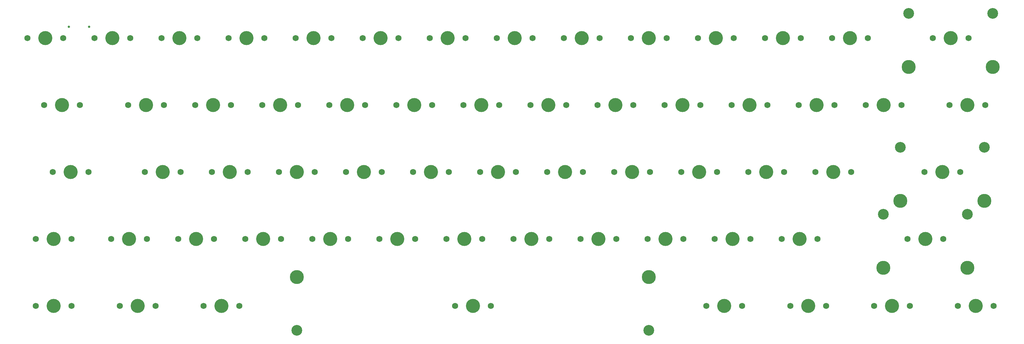
<source format=gbr>
%TF.GenerationSoftware,KiCad,Pcbnew,8.0.3*%
%TF.CreationDate,2024-11-03T20:57:04+08:00*%
%TF.ProjectId,PH60_Rev2,50483630-5f52-4657-9632-2e6b69636164,rev?*%
%TF.SameCoordinates,Original*%
%TF.FileFunction,NonPlated,1,2,NPTH,Drill*%
%TF.FilePolarity,Positive*%
%FSLAX46Y46*%
G04 Gerber Fmt 4.6, Leading zero omitted, Abs format (unit mm)*
G04 Created by KiCad (PCBNEW 8.0.3) date 2024-11-03 20:57:04*
%MOMM*%
%LPD*%
G01*
G04 APERTURE LIST*
%TA.AperFunction,ComponentDrill*%
%ADD10C,0.650000*%
%TD*%
%TA.AperFunction,ComponentDrill*%
%ADD11C,1.750000*%
%TD*%
%TA.AperFunction,ComponentDrill*%
%ADD12C,3.048000*%
%TD*%
%TA.AperFunction,ComponentDrill*%
%ADD13C,3.987800*%
%TD*%
%TA.AperFunction,ComponentDrill*%
%ADD14C,4.000000*%
%TD*%
G04 APERTURE END LIST*
D10*
%TO.C,J1*%
X44735000Y-34855000D03*
X50515000Y-34855000D03*
D11*
%TO.C,S1*%
X33020000Y-38100000D03*
%TO.C,S42*%
X35401250Y-95250000D03*
%TO.C,S55*%
X35401250Y-114300000D03*
%TO.C,S15*%
X37782500Y-57150000D03*
%TO.C,S29*%
X40163750Y-76200000D03*
%TO.C,S1*%
X43180000Y-38100000D03*
%TO.C,S42*%
X45561250Y-95250000D03*
%TO.C,S55*%
X45561250Y-114300000D03*
%TO.C,S15*%
X47942500Y-57150000D03*
%TO.C,S29*%
X50323750Y-76200000D03*
%TO.C,S2*%
X52070000Y-38100000D03*
%TO.C,S43*%
X56832500Y-95250000D03*
%TO.C,S56*%
X59213750Y-114300000D03*
%TO.C,S16*%
X61595000Y-57150000D03*
%TO.C,S2*%
X62230000Y-38100000D03*
%TO.C,S30*%
X66357500Y-76200000D03*
%TO.C,S43*%
X66992500Y-95250000D03*
%TO.C,S56*%
X69373750Y-114300000D03*
%TO.C,S3*%
X71120000Y-38100000D03*
%TO.C,S16*%
X71755000Y-57150000D03*
%TO.C,S44*%
X75882500Y-95250000D03*
%TO.C,S30*%
X76517500Y-76200000D03*
%TO.C,S17*%
X80645000Y-57150000D03*
%TO.C,S3*%
X81280000Y-38100000D03*
%TO.C,S57*%
X83026250Y-114300000D03*
%TO.C,S31*%
X85407500Y-76200000D03*
%TO.C,S44*%
X86042500Y-95250000D03*
%TO.C,S4*%
X90170000Y-38100000D03*
%TO.C,S17*%
X90805000Y-57150000D03*
%TO.C,S57*%
X93186250Y-114300000D03*
%TO.C,S45*%
X94932500Y-95250000D03*
%TO.C,S31*%
X95567500Y-76200000D03*
%TO.C,S18*%
X99695000Y-57150000D03*
%TO.C,S4*%
X100330000Y-38100000D03*
%TO.C,S32*%
X104457500Y-76200000D03*
%TO.C,S45*%
X105092500Y-95250000D03*
%TO.C,S5*%
X109220000Y-38100000D03*
%TO.C,S18*%
X109855000Y-57150000D03*
%TO.C,S46*%
X113982500Y-95250000D03*
%TO.C,S32*%
X114617500Y-76200000D03*
%TO.C,S19*%
X118745000Y-57150000D03*
%TO.C,S5*%
X119380000Y-38100000D03*
%TO.C,S33*%
X123507500Y-76200000D03*
%TO.C,S46*%
X124142500Y-95250000D03*
%TO.C,S6*%
X128270000Y-38100000D03*
%TO.C,S19*%
X128905000Y-57150000D03*
%TO.C,S47*%
X133032500Y-95250000D03*
%TO.C,S33*%
X133667500Y-76200000D03*
%TO.C,S20*%
X137795000Y-57150000D03*
%TO.C,S6*%
X138430000Y-38100000D03*
%TO.C,S34*%
X142557500Y-76200000D03*
%TO.C,S47*%
X143192500Y-95250000D03*
%TO.C,S7*%
X147320000Y-38100000D03*
%TO.C,S20*%
X147955000Y-57150000D03*
%TO.C,S48*%
X152082500Y-95250000D03*
%TO.C,S34*%
X152717500Y-76200000D03*
%TO.C,S58*%
X154463750Y-114300000D03*
%TO.C,S21*%
X156845000Y-57150000D03*
%TO.C,S7*%
X157480000Y-38100000D03*
%TO.C,S35*%
X161607500Y-76200000D03*
%TO.C,S48*%
X162242500Y-95250000D03*
%TO.C,S58*%
X164623750Y-114300000D03*
%TO.C,S8*%
X166370000Y-38100000D03*
%TO.C,S21*%
X167005000Y-57150000D03*
%TO.C,S49*%
X171132500Y-95250000D03*
%TO.C,S35*%
X171767500Y-76200000D03*
%TO.C,S22*%
X175895000Y-57150000D03*
%TO.C,S8*%
X176530000Y-38100000D03*
%TO.C,S36*%
X180657500Y-76200000D03*
%TO.C,S49*%
X181292500Y-95250000D03*
%TO.C,S9*%
X185420000Y-38100000D03*
%TO.C,S22*%
X186055000Y-57150000D03*
%TO.C,S50*%
X190182500Y-95250000D03*
%TO.C,S36*%
X190817500Y-76200000D03*
%TO.C,S23*%
X194945000Y-57150000D03*
%TO.C,S9*%
X195580000Y-38100000D03*
%TO.C,S37*%
X199707500Y-76200000D03*
%TO.C,S50*%
X200342500Y-95250000D03*
%TO.C,S10*%
X204470000Y-38100000D03*
%TO.C,S23*%
X205105000Y-57150000D03*
%TO.C,S51*%
X209232500Y-95250000D03*
%TO.C,S37*%
X209867500Y-76200000D03*
%TO.C,S24*%
X213995000Y-57150000D03*
%TO.C,S10*%
X214630000Y-38100000D03*
%TO.C,S38*%
X218757500Y-76200000D03*
%TO.C,S51*%
X219392500Y-95250000D03*
%TO.C,S11*%
X223520000Y-38100000D03*
%TO.C,S24*%
X224155000Y-57150000D03*
%TO.C,S59*%
X225901250Y-114300000D03*
%TO.C,S52*%
X228282500Y-95250000D03*
%TO.C,S38*%
X228917500Y-76200000D03*
%TO.C,S25*%
X233045000Y-57150000D03*
%TO.C,S11*%
X233680000Y-38100000D03*
%TO.C,S59*%
X236061250Y-114300000D03*
%TO.C,S39*%
X237807500Y-76200000D03*
%TO.C,S52*%
X238442500Y-95250000D03*
%TO.C,S12*%
X242570000Y-38100000D03*
%TO.C,S25*%
X243205000Y-57150000D03*
%TO.C,S53*%
X247332500Y-95250000D03*
%TO.C,S39*%
X247967500Y-76200000D03*
%TO.C,S60*%
X249713750Y-114300000D03*
%TO.C,S26*%
X252095000Y-57150000D03*
%TO.C,S12*%
X252730000Y-38100000D03*
%TO.C,S40*%
X256857500Y-76200000D03*
%TO.C,S53*%
X257492500Y-95250000D03*
%TO.C,S60*%
X259873750Y-114300000D03*
%TO.C,S13*%
X261620000Y-38100000D03*
%TO.C,S26*%
X262255000Y-57150000D03*
%TO.C,S40*%
X267017500Y-76200000D03*
%TO.C,S27*%
X271145000Y-57150000D03*
%TO.C,S13*%
X271780000Y-38100000D03*
%TO.C,S61*%
X273526250Y-114300000D03*
%TO.C,S27*%
X281305000Y-57150000D03*
%TO.C,S54*%
X283051250Y-95250000D03*
%TO.C,S61*%
X283686250Y-114300000D03*
%TO.C,S41*%
X287813750Y-76200000D03*
%TO.C,S14*%
X290195000Y-38100000D03*
%TO.C,S54*%
X293211250Y-95250000D03*
%TO.C,S28*%
X294957500Y-57150000D03*
%TO.C,S62*%
X297338750Y-114300000D03*
%TO.C,S41*%
X297973750Y-76200000D03*
%TO.C,S14*%
X300355000Y-38100000D03*
%TO.C,S28*%
X305117500Y-57150000D03*
%TO.C,S62*%
X307498750Y-114300000D03*
D12*
%TO.C,REF\u002A\u002A*%
X109543750Y-121285000D03*
X209543750Y-121285000D03*
X276193250Y-88265000D03*
X280955750Y-69215000D03*
X283337000Y-31115000D03*
X300069250Y-88265000D03*
X304831750Y-69215000D03*
X307213000Y-31115000D03*
D13*
X109543750Y-106075000D03*
X209543750Y-106075000D03*
X276193250Y-103475000D03*
X280955750Y-84425000D03*
X283337000Y-46325000D03*
X300069250Y-103475000D03*
X304831750Y-84425000D03*
X307213000Y-46325000D03*
D14*
%TO.C,S1*%
X38100000Y-38100000D03*
%TO.C,S42*%
X40481250Y-95250000D03*
%TO.C,S55*%
X40481250Y-114300000D03*
%TO.C,S15*%
X42862500Y-57150000D03*
%TO.C,S29*%
X45243750Y-76200000D03*
%TO.C,S2*%
X57150000Y-38100000D03*
%TO.C,S43*%
X61912500Y-95250000D03*
%TO.C,S56*%
X64293750Y-114300000D03*
%TO.C,S16*%
X66675000Y-57150000D03*
%TO.C,S30*%
X71437500Y-76200000D03*
%TO.C,S3*%
X76200000Y-38100000D03*
%TO.C,S44*%
X80962500Y-95250000D03*
%TO.C,S17*%
X85725000Y-57150000D03*
%TO.C,S57*%
X88106250Y-114300000D03*
%TO.C,S31*%
X90487500Y-76200000D03*
%TO.C,S4*%
X95250000Y-38100000D03*
%TO.C,S45*%
X100012500Y-95250000D03*
%TO.C,S18*%
X104775000Y-57150000D03*
%TO.C,S32*%
X109537500Y-76200000D03*
%TO.C,S5*%
X114300000Y-38100000D03*
%TO.C,S46*%
X119062500Y-95250000D03*
%TO.C,S19*%
X123825000Y-57150000D03*
%TO.C,S33*%
X128587500Y-76200000D03*
%TO.C,S6*%
X133350000Y-38100000D03*
%TO.C,S47*%
X138112500Y-95250000D03*
%TO.C,S20*%
X142875000Y-57150000D03*
%TO.C,S34*%
X147637500Y-76200000D03*
%TO.C,S7*%
X152400000Y-38100000D03*
%TO.C,S48*%
X157162500Y-95250000D03*
%TO.C,S58*%
X159543750Y-114300000D03*
%TO.C,S21*%
X161925000Y-57150000D03*
%TO.C,S35*%
X166687500Y-76200000D03*
%TO.C,S8*%
X171450000Y-38100000D03*
%TO.C,S49*%
X176212500Y-95250000D03*
%TO.C,S22*%
X180975000Y-57150000D03*
%TO.C,S36*%
X185737500Y-76200000D03*
%TO.C,S9*%
X190500000Y-38100000D03*
%TO.C,S50*%
X195262500Y-95250000D03*
%TO.C,S23*%
X200025000Y-57150000D03*
%TO.C,S37*%
X204787500Y-76200000D03*
%TO.C,S10*%
X209550000Y-38100000D03*
%TO.C,S51*%
X214312500Y-95250000D03*
%TO.C,S24*%
X219075000Y-57150000D03*
%TO.C,S38*%
X223837500Y-76200000D03*
%TO.C,S11*%
X228600000Y-38100000D03*
%TO.C,S59*%
X230981250Y-114300000D03*
%TO.C,S52*%
X233362500Y-95250000D03*
%TO.C,S25*%
X238125000Y-57150000D03*
%TO.C,S39*%
X242887500Y-76200000D03*
%TO.C,S12*%
X247650000Y-38100000D03*
%TO.C,S53*%
X252412500Y-95250000D03*
%TO.C,S60*%
X254793750Y-114300000D03*
%TO.C,S26*%
X257175000Y-57150000D03*
%TO.C,S40*%
X261937500Y-76200000D03*
%TO.C,S13*%
X266700000Y-38100000D03*
%TO.C,S27*%
X276225000Y-57150000D03*
%TO.C,S61*%
X278606250Y-114300000D03*
%TO.C,S54*%
X288131250Y-95250000D03*
%TO.C,S41*%
X292893750Y-76200000D03*
%TO.C,S14*%
X295275000Y-38100000D03*
%TO.C,S28*%
X300037500Y-57150000D03*
%TO.C,S62*%
X302418750Y-114300000D03*
M02*

</source>
